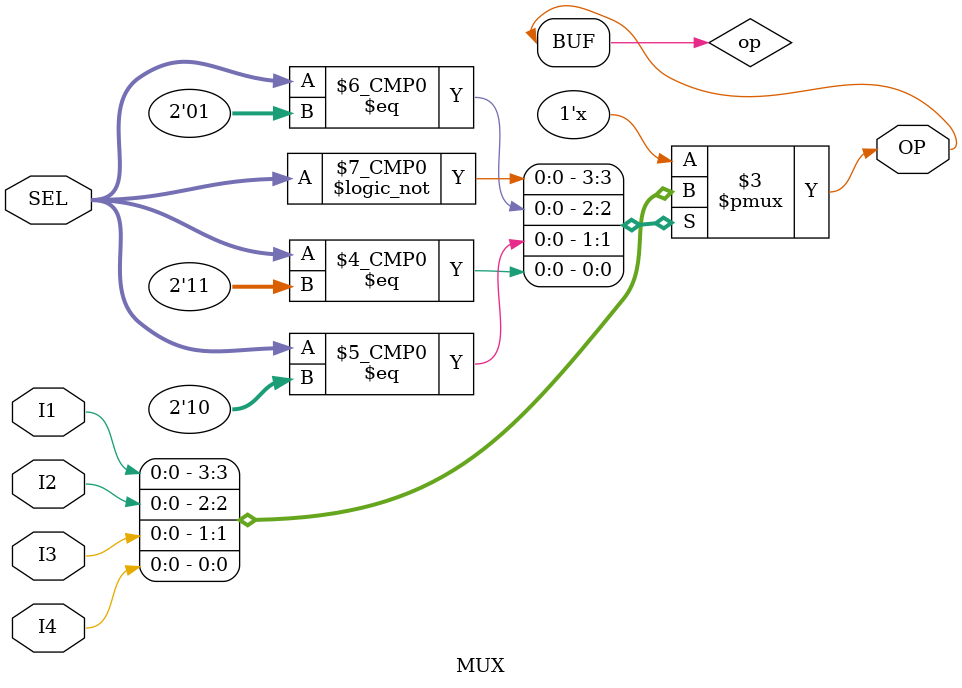
<source format=v>
`timescale 1ns / 1ps

// Author      : PABBULETI VENU
// ID          : N180116
//Branch       : ECE
//Project Name : TRAFFIC LIGHT CONTROLLER
//Module  Name : MUX
//RGUKT NUZVID 
//////////////////////////////////////////////////////////////////////////////////


module MUX(I1,I2,I3,I4,SEL,OP);

//inputs to mux 
input I1,I2,I3,I4;
input [1:0] SEL;

//output of mux
output OP;

reg op=0;

always@(I1,I2,I3,I4,SEL)
begin
		case(SEL)
			2'b00	:	op = I1;
			2'b01	:	op = I2;
			2'b10	:	op = I3;
			2'b11	:	op = I4;
			default	:	op = 0;
		endcase
	 
end

assign OP = op;

endmodule
</source>
